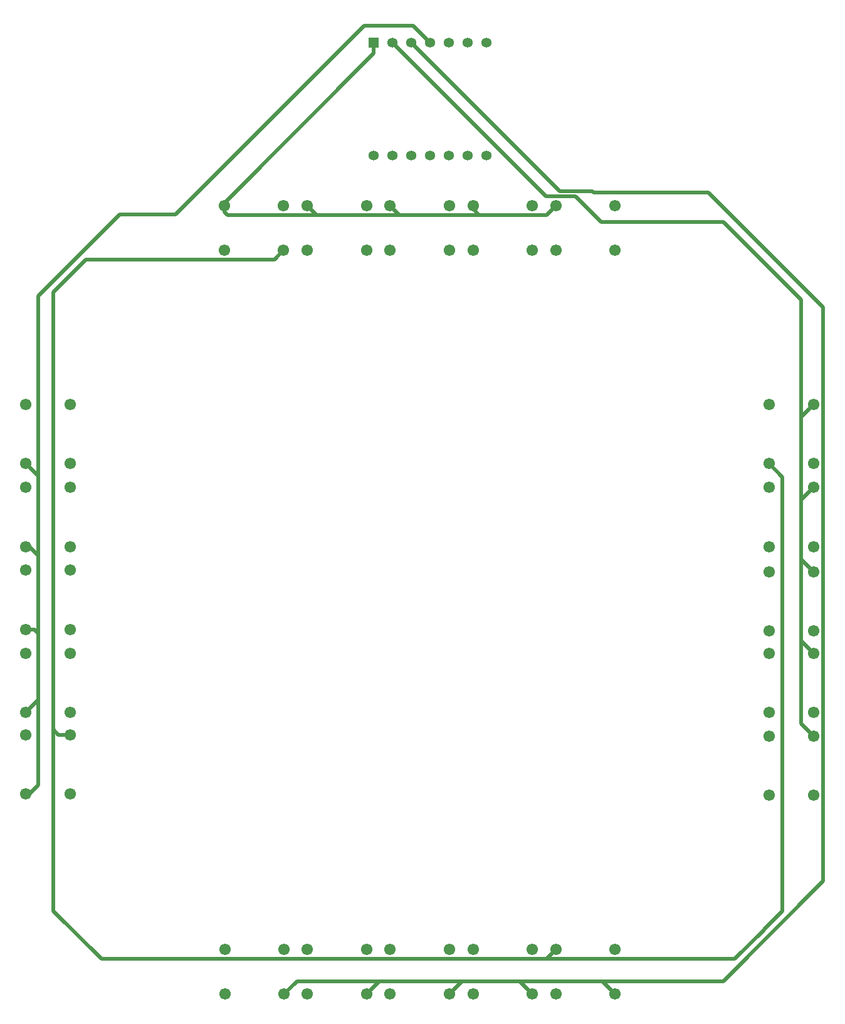
<source format=gbr>
%TF.GenerationSoftware,KiCad,Pcbnew,9.0.2*%
%TF.CreationDate,2025-07-05T18:40:33-07:00*%
%TF.ProjectId,ddi_1.2,6464695f-312e-4322-9e6b-696361645f70,rev?*%
%TF.SameCoordinates,Original*%
%TF.FileFunction,Copper,L1,Top*%
%TF.FilePolarity,Positive*%
%FSLAX46Y46*%
G04 Gerber Fmt 4.6, Leading zero omitted, Abs format (unit mm)*
G04 Created by KiCad (PCBNEW 9.0.2) date 2025-07-05 18:40:33*
%MOMM*%
%LPD*%
G01*
G04 APERTURE LIST*
%TA.AperFunction,ComponentPad*%
%ADD10C,1.549400*%
%TD*%
%TA.AperFunction,ComponentPad*%
%ADD11R,1.358000X1.358000*%
%TD*%
%TA.AperFunction,ComponentPad*%
%ADD12C,1.358000*%
%TD*%
%TA.AperFunction,Conductor*%
%ADD13C,0.500000*%
%TD*%
G04 APERTURE END LIST*
D10*
%TO.P,SW7,1,a*%
%TO.N,/B2*%
X203200000Y-84800000D03*
%TO.P,SW7,2,b*%
%TO.N,unconnected-(SW7-b-Pad2)*%
X197199997Y-84800000D03*
%TO.P,SW7,3,c*%
%TO.N,unconnected-(SW7-c-Pad3)*%
X203200000Y-92799999D03*
%TO.P,SW7,4,d*%
%TO.N,/X2*%
X197199997Y-92799999D03*
%TD*%
%TO.P,SW17,1,a*%
%TO.N,/B4*%
X96800000Y-115200000D03*
%TO.P,SW17,2,b*%
%TO.N,unconnected-(SW17-b-Pad2)*%
X102800003Y-115200000D03*
%TO.P,SW17,3,c*%
%TO.N,unconnected-(SW17-c-Pad3)*%
X96800000Y-107200001D03*
%TO.P,SW17,4,d*%
%TO.N,/X2*%
X102800003Y-107200001D03*
%TD*%
%TO.P,SW20,1,a*%
%TO.N,/B4*%
X96800000Y-81600000D03*
%TO.P,SW20,2,b*%
%TO.N,unconnected-(SW20-b-Pad2)*%
X102800003Y-81600000D03*
%TO.P,SW20,3,c*%
%TO.N,unconnected-(SW20-c-Pad3)*%
X96800000Y-73600001D03*
%TO.P,SW20,4,d*%
%TO.N,/X5*%
X102800003Y-73600001D03*
%TD*%
%TO.P,SW5,1,a*%
%TO.N,/B1*%
X168400000Y-46800000D03*
%TO.P,SW5,2,b*%
%TO.N,unconnected-(SW5-b-Pad2)*%
X168400000Y-52800003D03*
%TO.P,SW5,3,c*%
%TO.N,unconnected-(SW5-c-Pad3)*%
X176399999Y-46800000D03*
%TO.P,SW5,4,d*%
%TO.N,/X5*%
X176399999Y-52800003D03*
%TD*%
%TO.P,SW6,1,a*%
%TO.N,/B2*%
X203200000Y-73600000D03*
%TO.P,SW6,2,b*%
%TO.N,unconnected-(SW6-b-Pad2)*%
X197199997Y-73600000D03*
%TO.P,SW6,3,c*%
%TO.N,unconnected-(SW6-c-Pad3)*%
X203200000Y-81599999D03*
%TO.P,SW6,4,d*%
%TO.N,/X1*%
X197199997Y-81599999D03*
%TD*%
%TO.P,SW13,1,a*%
%TO.N,/B3*%
X153999999Y-153200000D03*
%TO.P,SW13,2,b*%
%TO.N,unconnected-(SW13-b-Pad2)*%
X153999999Y-147199997D03*
%TO.P,SW13,3,c*%
%TO.N,unconnected-(SW13-c-Pad3)*%
X146000000Y-153200000D03*
%TO.P,SW13,4,d*%
%TO.N,/X3*%
X146000000Y-147199997D03*
%TD*%
%TO.P,SW9,1,a*%
%TO.N,/B2*%
X203200000Y-107200000D03*
%TO.P,SW9,2,b*%
%TO.N,unconnected-(SW9-b-Pad2)*%
X197199997Y-107200000D03*
%TO.P,SW9,3,c*%
%TO.N,unconnected-(SW9-c-Pad3)*%
X203200000Y-115199999D03*
%TO.P,SW9,4,d*%
%TO.N,/X4*%
X197199997Y-115199999D03*
%TD*%
%TO.P,SW8,1,a*%
%TO.N,/B2*%
X203200000Y-96200000D03*
%TO.P,SW8,2,b*%
%TO.N,unconnected-(SW8-b-Pad2)*%
X197199997Y-96200000D03*
%TO.P,SW8,3,c*%
%TO.N,unconnected-(SW8-c-Pad3)*%
X203200000Y-104199999D03*
%TO.P,SW8,4,d*%
%TO.N,/X3*%
X197199997Y-104199999D03*
%TD*%
%TO.P,SW12,1,a*%
%TO.N,/B3*%
X165199999Y-153200000D03*
%TO.P,SW12,2,b*%
%TO.N,unconnected-(SW12-b-Pad2)*%
X165199999Y-147199997D03*
%TO.P,SW12,3,c*%
%TO.N,unconnected-(SW12-c-Pad3)*%
X157200000Y-153200000D03*
%TO.P,SW12,4,d*%
%TO.N,/X2*%
X157200000Y-147199997D03*
%TD*%
%TO.P,SW1,1,a*%
%TO.N,/B1*%
X123600000Y-46800000D03*
%TO.P,SW1,2,b*%
%TO.N,unconnected-(SW1-b-Pad2)*%
X123600000Y-52800003D03*
%TO.P,SW1,3,c*%
%TO.N,unconnected-(SW1-c-Pad3)*%
X131599999Y-46800000D03*
%TO.P,SW1,4,d*%
%TO.N,/X1*%
X131599999Y-52800003D03*
%TD*%
%TO.P,SW18,1,a*%
%TO.N,/B4*%
X96800000Y-104000000D03*
%TO.P,SW18,2,b*%
%TO.N,unconnected-(SW18-b-Pad2)*%
X102800003Y-104000000D03*
%TO.P,SW18,3,c*%
%TO.N,unconnected-(SW18-c-Pad3)*%
X96800000Y-96000001D03*
%TO.P,SW18,4,d*%
%TO.N,/X3*%
X102800003Y-96000001D03*
%TD*%
%TO.P,SW15,1,a*%
%TO.N,/B3*%
X131699999Y-153200000D03*
%TO.P,SW15,2,b*%
%TO.N,unconnected-(SW15-b-Pad2)*%
X131699999Y-147199997D03*
%TO.P,SW15,3,c*%
%TO.N,unconnected-(SW15-c-Pad3)*%
X123700000Y-153200000D03*
%TO.P,SW15,4,d*%
%TO.N,/X5*%
X123700000Y-147199997D03*
%TD*%
%TO.P,SW2,1,a*%
%TO.N,/B1*%
X134800000Y-46800000D03*
%TO.P,SW2,2,b*%
%TO.N,unconnected-(SW2-b-Pad2)*%
X134800000Y-52800003D03*
%TO.P,SW2,3,c*%
%TO.N,unconnected-(SW2-c-Pad3)*%
X142799999Y-46800000D03*
%TO.P,SW2,4,d*%
%TO.N,/X2*%
X142799999Y-52800003D03*
%TD*%
%TO.P,SW3,1,a*%
%TO.N,/B1*%
X146000000Y-46800000D03*
%TO.P,SW3,2,b*%
%TO.N,unconnected-(SW3-b-Pad2)*%
X146000000Y-52800003D03*
%TO.P,SW3,3,c*%
%TO.N,unconnected-(SW3-c-Pad3)*%
X153999999Y-46800000D03*
%TO.P,SW3,4,d*%
%TO.N,/X3*%
X153999999Y-52800003D03*
%TD*%
%TO.P,SW11,1,a*%
%TO.N,/B3*%
X176399999Y-153200000D03*
%TO.P,SW11,2,b*%
%TO.N,unconnected-(SW11-b-Pad2)*%
X176399999Y-147199997D03*
%TO.P,SW11,3,c*%
%TO.N,unconnected-(SW11-c-Pad3)*%
X168400000Y-153200000D03*
%TO.P,SW11,4,d*%
%TO.N,/X1*%
X168400000Y-147199997D03*
%TD*%
%TO.P,SW16,1,a*%
%TO.N,/B4*%
X96800000Y-126200000D03*
%TO.P,SW16,2,b*%
%TO.N,unconnected-(SW16-b-Pad2)*%
X102800003Y-126200000D03*
%TO.P,SW16,3,c*%
%TO.N,unconnected-(SW16-c-Pad3)*%
X96800000Y-118200001D03*
%TO.P,SW16,4,d*%
%TO.N,/X1*%
X102800003Y-118200001D03*
%TD*%
%TO.P,SW14,1,a*%
%TO.N,/B3*%
X142799999Y-153200000D03*
%TO.P,SW14,2,b*%
%TO.N,unconnected-(SW14-b-Pad2)*%
X142799999Y-147199997D03*
%TO.P,SW14,3,c*%
%TO.N,unconnected-(SW14-c-Pad3)*%
X134800000Y-153200000D03*
%TO.P,SW14,4,d*%
%TO.N,/X4*%
X134800000Y-147199997D03*
%TD*%
%TO.P,SW19,1,a*%
%TO.N,/B4*%
X96800000Y-92800000D03*
%TO.P,SW19,2,b*%
%TO.N,unconnected-(SW19-b-Pad2)*%
X102800003Y-92800000D03*
%TO.P,SW19,3,c*%
%TO.N,unconnected-(SW19-c-Pad3)*%
X96800000Y-84800001D03*
%TO.P,SW19,4,d*%
%TO.N,/X4*%
X102800003Y-84800001D03*
%TD*%
%TO.P,SW4,1,a*%
%TO.N,/B1*%
X157200000Y-46800000D03*
%TO.P,SW4,2,b*%
%TO.N,unconnected-(SW4-b-Pad2)*%
X157200000Y-52800003D03*
%TO.P,SW4,3,c*%
%TO.N,unconnected-(SW4-c-Pad3)*%
X165199999Y-46800000D03*
%TO.P,SW4,4,d*%
%TO.N,/X4*%
X165199999Y-52800003D03*
%TD*%
%TO.P,SW10,1,a*%
%TO.N,/B2*%
X203200000Y-118400000D03*
%TO.P,SW10,2,b*%
%TO.N,unconnected-(SW10-b-Pad2)*%
X197199997Y-118400000D03*
%TO.P,SW10,3,c*%
%TO.N,unconnected-(SW10-c-Pad3)*%
X203200000Y-126399999D03*
%TO.P,SW10,4,d*%
%TO.N,/X5*%
X197199997Y-126399999D03*
%TD*%
D11*
%TO.P,U1,1,PA02_A0_D0*%
%TO.N,/B1*%
X143760000Y-24760000D03*
D12*
%TO.P,U1,2,PA4_A1_D1*%
%TO.N,/B2*%
X146300000Y-24760000D03*
%TO.P,U1,3,PA10_A2_D2*%
%TO.N,/B3*%
X148840000Y-24760000D03*
%TO.P,U1,4,PA11_A3_D3*%
%TO.N,/B4*%
X151380000Y-24760000D03*
%TO.P,U1,5,PA8_A4_D4_SDA*%
%TO.N,unconnected-(U1-PA8_A4_D4_SDA-Pad5)*%
X153920000Y-24760000D03*
%TO.P,U1,6,PA9_A5_D5_SCL*%
%TO.N,unconnected-(U1-PA9_A5_D5_SCL-Pad6)*%
X156460000Y-24760000D03*
%TO.P,U1,7,PB08_A6_D6_TX*%
%TO.N,/X1*%
X159000000Y-24760000D03*
%TO.P,U1,8,PB09_A7_D7_RX*%
%TO.N,/X2*%
X159000000Y-40000000D03*
%TO.P,U1,9,PA7_A8_D8_SCK*%
%TO.N,/X3*%
X156460000Y-40000000D03*
%TO.P,U1,10,PA5_A9_D9_MISO*%
%TO.N,/X4*%
X153920000Y-40000000D03*
%TO.P,U1,11,PA6_A10_D10_MOSI*%
%TO.N,/X5*%
X151380000Y-40000000D03*
%TO.P,U1,12,3V3*%
%TO.N,unconnected-(U1-3V3-Pad12)*%
X148840000Y-40000000D03*
%TO.P,U1,13,GND*%
%TO.N,unconnected-(U1-GND-Pad13)*%
X146300000Y-40000000D03*
%TO.P,U1,14,5V*%
%TO.N,unconnected-(U1-5V-Pad14)*%
X143760000Y-40000000D03*
%TD*%
D13*
%TO.N,/X1*%
X101200001Y-118200001D02*
X100500000Y-117500000D01*
X100500000Y-117500000D02*
X100500000Y-58437926D01*
X196500000Y-144500000D02*
X199000000Y-142000000D01*
X107000000Y-148500000D02*
X167099997Y-148500000D01*
X199000000Y-142000000D02*
X199000000Y-83400002D01*
X199000000Y-83400002D02*
X197199997Y-81599999D01*
X100500000Y-142000000D02*
X107000000Y-148500000D01*
X167099997Y-148500000D02*
X192562074Y-148500000D01*
X167099997Y-148500000D02*
X168400000Y-147199997D01*
X104912223Y-54025703D02*
X130374299Y-54025703D01*
X130374299Y-54025703D02*
X131599999Y-52800003D01*
X159000000Y-24760000D02*
X159000000Y-25000000D01*
X192562074Y-148500000D02*
X196500000Y-144562074D01*
X196500000Y-144562074D02*
X196500000Y-144500000D01*
X100500000Y-117500000D02*
X100500000Y-142000000D01*
X100500000Y-58437926D02*
X104912223Y-54025703D01*
X102800003Y-118200001D02*
X101200001Y-118200001D01*
%TO.N,/B1*%
X134800000Y-46800000D02*
X136000000Y-48000000D01*
X143520000Y-25000000D02*
X143760000Y-24760000D01*
X146000000Y-46800000D02*
X147225700Y-48025700D01*
X158000000Y-48025700D02*
X167174300Y-48025700D01*
X157000000Y-47000000D02*
X157200000Y-46800000D01*
X143760000Y-26240000D02*
X143760000Y-24760000D01*
X157200000Y-46800000D02*
X157200000Y-47225700D01*
X123600000Y-46400000D02*
X143760000Y-26240000D01*
X136000000Y-48000000D02*
X136000000Y-48025700D01*
X123600000Y-47600000D02*
X124025700Y-48025700D01*
X147225700Y-48025700D02*
X147500000Y-48025700D01*
X123600000Y-46800000D02*
X123600000Y-47600000D01*
X136000000Y-48025700D02*
X147500000Y-48025700D01*
X157200000Y-47225700D02*
X158000000Y-48025700D01*
X123600000Y-46800000D02*
X123600000Y-46400000D01*
X147500000Y-48025700D02*
X158000000Y-48025700D01*
X124025700Y-48025700D02*
X136000000Y-48025700D01*
X167174300Y-48025700D02*
X168400000Y-46800000D01*
%TO.N,/B2*%
X167040000Y-45500000D02*
X146300000Y-24760000D01*
X203200000Y-73600000D02*
X201500000Y-75300000D01*
X201500000Y-86500000D02*
X201500000Y-94500000D01*
X201500000Y-59500000D02*
X191000000Y-49000000D01*
X201500000Y-75300000D02*
X201500000Y-59500000D01*
X201500000Y-75300000D02*
X201500000Y-86500000D01*
X174500000Y-49000000D02*
X171000000Y-45500000D01*
X201500000Y-94500000D02*
X201500000Y-105500000D01*
X201500000Y-105500000D02*
X201500000Y-116700000D01*
X191000000Y-49000000D02*
X174500000Y-49000000D01*
X201500000Y-116700000D02*
X203200000Y-118400000D01*
X171000000Y-45500000D02*
X167040000Y-45500000D01*
X203200000Y-96200000D02*
X201500000Y-94500000D01*
X203200000Y-84800000D02*
X201500000Y-86500000D01*
X203200000Y-107200000D02*
X201500000Y-105500000D01*
%TO.N,/B4*%
X98500000Y-94000000D02*
X98500000Y-83300000D01*
X96800000Y-126200000D02*
X97300000Y-126200000D01*
X142500000Y-22500000D02*
X149120000Y-22500000D01*
X98000000Y-104000000D02*
X98500000Y-104500000D01*
X96800000Y-92800000D02*
X97300000Y-92800000D01*
X109500000Y-48000000D02*
X117000000Y-48000000D01*
X97300000Y-92800000D02*
X98500000Y-94000000D01*
X117000000Y-48000000D02*
X142500000Y-22500000D01*
X96800000Y-126200000D02*
X97000000Y-126000000D01*
X149120000Y-22500000D02*
X151380000Y-24760000D01*
X96800000Y-115200000D02*
X98500000Y-113500000D01*
X98500000Y-104500000D02*
X98500000Y-94000000D01*
X96800000Y-92800000D02*
X97000000Y-93000000D01*
X98500000Y-113500000D02*
X98500000Y-104500000D01*
X98500000Y-83300000D02*
X98500000Y-59000000D01*
X98500000Y-59000000D02*
X109500000Y-48000000D01*
X98500000Y-125000000D02*
X98500000Y-113500000D01*
X96800000Y-104000000D02*
X98000000Y-104000000D01*
X98500000Y-83300000D02*
X96800000Y-81600000D01*
X97300000Y-126200000D02*
X98500000Y-125000000D01*
%TO.N,/B3*%
X155699999Y-151500000D02*
X156000000Y-151500000D01*
X142799999Y-153200000D02*
X144499999Y-151500000D01*
X153999999Y-153200000D02*
X155699999Y-151500000D01*
X204500000Y-138000000D02*
X204500000Y-60500000D01*
X133399999Y-151500000D02*
X145000000Y-151500000D01*
X131699999Y-153200000D02*
X133399999Y-151500000D01*
X189000000Y-45000000D02*
X173500000Y-45000000D01*
X174699999Y-151500000D02*
X191000000Y-151500000D01*
X173500000Y-45000000D02*
X173299000Y-44799000D01*
X148840000Y-24760000D02*
X148840000Y-24840000D01*
X174699999Y-151500000D02*
X176399999Y-153200000D01*
X191000000Y-151500000D02*
X204500000Y-138000000D01*
X163500000Y-151500000D02*
X174699999Y-151500000D01*
X145000000Y-151500000D02*
X156000000Y-151500000D01*
X173299000Y-44799000D02*
X168879000Y-44799000D01*
X165199999Y-153200000D02*
X163500000Y-151500000D01*
X204500000Y-60500000D02*
X189000000Y-45000000D01*
X168879000Y-44799000D02*
X148840000Y-24760000D01*
X156000000Y-151500000D02*
X163500000Y-151500000D01*
X144499999Y-151500000D02*
X145000000Y-151500000D01*
%TO.N,unconnected-(SW1-c-Pad3)*%
X131599999Y-46800000D02*
X131599999Y-46400001D01*
%TD*%
M02*

</source>
